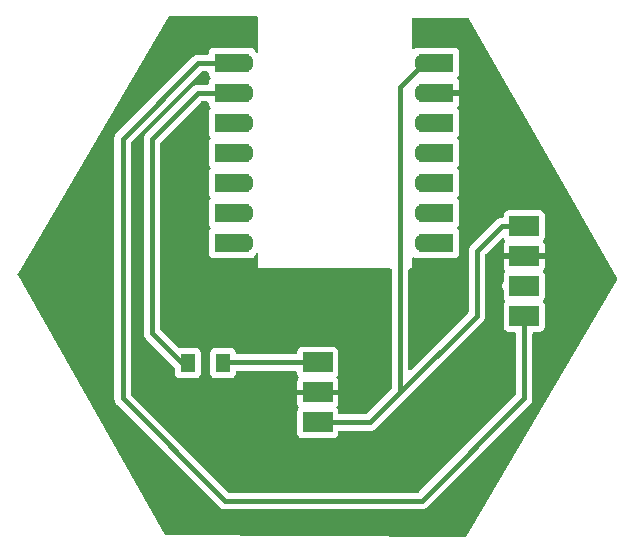
<source format=gbr>
G04 #@! TF.GenerationSoftware,KiCad,Pcbnew,9.0.0*
G04 #@! TF.CreationDate,2025-05-11T15:40:07+02:00*
G04 #@! TF.ProjectId,_autosave-TestBoard,5f617574-6f73-4617-9665-2d5465737442,rev?*
G04 #@! TF.SameCoordinates,Original*
G04 #@! TF.FileFunction,Copper,L1,Top*
G04 #@! TF.FilePolarity,Positive*
%FSLAX46Y46*%
G04 Gerber Fmt 4.6, Leading zero omitted, Abs format (unit mm)*
G04 Created by KiCad (PCBNEW 9.0.0) date 2025-05-11 15:40:07*
%MOMM*%
%LPD*%
G01*
G04 APERTURE LIST*
G04 #@! TA.AperFunction,SMDPad,CuDef*
%ADD10R,1.200000X1.600000*%
G04 #@! TD*
G04 #@! TA.AperFunction,SMDPad,CuDef*
%ADD11R,3.000000X1.600000*%
G04 #@! TD*
G04 #@! TA.AperFunction,ComponentPad*
%ADD12C,1.600000*%
G04 #@! TD*
G04 #@! TA.AperFunction,SMDPad,CuDef*
%ADD13R,2.500000X1.700000*%
G04 #@! TD*
G04 #@! TA.AperFunction,Conductor*
%ADD14C,0.400000*%
G04 #@! TD*
G04 #@! TA.AperFunction,Conductor*
%ADD15C,0.200000*%
G04 #@! TD*
G04 APERTURE END LIST*
D10*
X138500000Y-108500000D03*
X135500000Y-108500000D03*
D11*
X156510000Y-83110000D03*
D12*
X155510000Y-83110000D03*
D11*
X156510000Y-85650000D03*
D12*
X155510000Y-85650000D03*
D11*
X156510000Y-88190000D03*
D12*
X155510000Y-88190000D03*
D11*
X156510000Y-90730000D03*
D12*
X155510000Y-90730000D03*
D11*
X156510000Y-93270000D03*
D12*
X155510000Y-93270000D03*
D11*
X156510000Y-95810000D03*
D12*
X155510000Y-95810000D03*
D11*
X156510000Y-98350000D03*
D12*
X155510000Y-98350000D03*
D11*
X139275000Y-98350000D03*
D12*
X140275000Y-98350000D03*
D11*
X139275000Y-95810000D03*
D12*
X140275000Y-95810000D03*
D11*
X139275000Y-93270000D03*
D12*
X140275000Y-93270000D03*
D11*
X139275000Y-90730000D03*
D12*
X140275000Y-90730000D03*
D11*
X139275000Y-88190000D03*
D12*
X140275000Y-88190000D03*
D11*
X139275000Y-85650000D03*
D12*
X140275000Y-85650000D03*
D11*
X139275000Y-83110000D03*
D12*
X140275000Y-83110000D03*
D13*
X164000000Y-96920000D03*
X164000000Y-99460000D03*
X164000000Y-102000000D03*
X164000000Y-104540000D03*
X146500000Y-113540000D03*
X146500000Y-111000000D03*
X146500000Y-108460000D03*
D14*
X138673478Y-120173478D02*
X155326522Y-120173478D01*
X130000000Y-111500000D02*
X138673478Y-120173478D01*
X130000000Y-89500000D02*
X130000000Y-111500000D01*
X164000000Y-111500000D02*
X164000000Y-104540000D01*
X136390000Y-83110000D02*
X130000000Y-89500000D01*
X155326522Y-120173478D02*
X164000000Y-111500000D01*
X140275000Y-83110000D02*
X136390000Y-83110000D01*
X135000000Y-108500000D02*
X135500000Y-108500000D01*
X132500000Y-106000000D02*
X135000000Y-108500000D01*
D15*
X138540000Y-108460000D02*
X138500000Y-108500000D01*
D14*
X146500000Y-108460000D02*
X138540000Y-108460000D01*
D15*
X146500000Y-108460000D02*
X146040000Y-108000000D01*
D14*
X132500000Y-89500000D02*
X132500000Y-106000000D01*
X136350000Y-85650000D02*
X132500000Y-89500000D01*
X140275000Y-85650000D02*
X136350000Y-85650000D01*
X162080000Y-96920000D02*
X164000000Y-96920000D01*
X160000000Y-99000000D02*
X162080000Y-96920000D01*
X160000000Y-104500000D02*
X160000000Y-99000000D01*
X153500000Y-111000000D02*
X160000000Y-104500000D01*
X153500000Y-108000000D02*
X153500000Y-111000000D01*
X150960000Y-113540000D02*
X146500000Y-113540000D01*
X153500000Y-111000000D02*
X150960000Y-113540000D01*
X153500000Y-85120000D02*
X153500000Y-108000000D01*
D15*
X164000000Y-104500000D02*
X164500000Y-104500000D01*
X163500000Y-105000000D02*
X164000000Y-104500000D01*
D14*
X155510000Y-85650000D02*
X157472000Y-85650000D01*
X164500000Y-101960000D02*
X162850000Y-101960000D01*
X155510000Y-88190000D02*
X157690000Y-88190000D01*
X155510000Y-83110000D02*
X153500000Y-85120000D01*
G04 #@! TA.AperFunction,Conductor*
G36*
X141376910Y-79159382D02*
G01*
X141443803Y-79179558D01*
X141489169Y-79232696D01*
X141500000Y-79283379D01*
X141500000Y-82134321D01*
X141480315Y-82201360D01*
X141427511Y-82247115D01*
X141358353Y-82257059D01*
X141294797Y-82228034D01*
X141259818Y-82177654D01*
X141218797Y-82067671D01*
X141218793Y-82067664D01*
X141132547Y-81952455D01*
X141132544Y-81952452D01*
X141017335Y-81866206D01*
X141017328Y-81866202D01*
X140882482Y-81815908D01*
X140882483Y-81815908D01*
X140822883Y-81809501D01*
X140822881Y-81809500D01*
X140822873Y-81809500D01*
X140377352Y-81809500D01*
X140172648Y-81809500D01*
X140172646Y-81809500D01*
X137727129Y-81809500D01*
X137727123Y-81809501D01*
X137667516Y-81815908D01*
X137532671Y-81866202D01*
X137532664Y-81866206D01*
X137417455Y-81952452D01*
X137417452Y-81952455D01*
X137331206Y-82067664D01*
X137331202Y-82067671D01*
X137280908Y-82202517D01*
X137276114Y-82247115D01*
X137274501Y-82262123D01*
X137274500Y-82262135D01*
X137274500Y-82285500D01*
X137254815Y-82352539D01*
X137202011Y-82398294D01*
X137150500Y-82409500D01*
X136321004Y-82409500D01*
X136185677Y-82436418D01*
X136185667Y-82436421D01*
X136058192Y-82489222D01*
X135943454Y-82565887D01*
X129455887Y-89053454D01*
X129379222Y-89168192D01*
X129326421Y-89295667D01*
X129326418Y-89295679D01*
X129299806Y-89429467D01*
X129299802Y-89429488D01*
X129299501Y-89430998D01*
X129299500Y-89431004D01*
X129299500Y-89431007D01*
X129299500Y-111431006D01*
X129299500Y-111568994D01*
X129299500Y-111568996D01*
X129299499Y-111568996D01*
X129326418Y-111704322D01*
X129326421Y-111704332D01*
X129379222Y-111831807D01*
X129455887Y-111946545D01*
X138226932Y-120717590D01*
X138341668Y-120794254D01*
X138440268Y-120835095D01*
X138469149Y-120847058D01*
X138469150Y-120847058D01*
X138469155Y-120847060D01*
X138496023Y-120852403D01*
X138496029Y-120852404D01*
X138496069Y-120852412D01*
X138586415Y-120870383D01*
X138604484Y-120873978D01*
X138604485Y-120873978D01*
X155395518Y-120873978D01*
X155503979Y-120852403D01*
X155530850Y-120847058D01*
X155594591Y-120820655D01*
X155658329Y-120794255D01*
X155658330Y-120794254D01*
X155658333Y-120794253D01*
X155773065Y-120717592D01*
X164544114Y-111946543D01*
X164620775Y-111831811D01*
X164673580Y-111704329D01*
X164679696Y-111673580D01*
X164696339Y-111589910D01*
X164700500Y-111568994D01*
X164700500Y-106014499D01*
X164720185Y-105947460D01*
X164772989Y-105901705D01*
X164824500Y-105890499D01*
X165297871Y-105890499D01*
X165297872Y-105890499D01*
X165357483Y-105884091D01*
X165492331Y-105833796D01*
X165607546Y-105747546D01*
X165693796Y-105632331D01*
X165744091Y-105497483D01*
X165750500Y-105437873D01*
X165750499Y-103642128D01*
X165744091Y-103582517D01*
X165693796Y-103447669D01*
X165616421Y-103344309D01*
X165592004Y-103278848D01*
X165606855Y-103210575D01*
X165616416Y-103195696D01*
X165693796Y-103092331D01*
X165744091Y-102957483D01*
X165750500Y-102897873D01*
X165750499Y-101102128D01*
X165744091Y-101042517D01*
X165727666Y-100998480D01*
X165693797Y-100907671D01*
X165693795Y-100907668D01*
X165616109Y-100803893D01*
X165591692Y-100738430D01*
X165606543Y-100670157D01*
X165616110Y-100655271D01*
X165693352Y-100552089D01*
X165693354Y-100552086D01*
X165743596Y-100417379D01*
X165743598Y-100417372D01*
X165749999Y-100357844D01*
X165750000Y-100357827D01*
X165750000Y-99710000D01*
X162250000Y-99710000D01*
X162250000Y-100357844D01*
X162256401Y-100417372D01*
X162256403Y-100417379D01*
X162306645Y-100552086D01*
X162306646Y-100552088D01*
X162383890Y-100655272D01*
X162408307Y-100720736D01*
X162393456Y-100789009D01*
X162383890Y-100803894D01*
X162306204Y-100907669D01*
X162306202Y-100907671D01*
X162255908Y-101042517D01*
X162252239Y-101076647D01*
X162249501Y-101102123D01*
X162249500Y-101102135D01*
X162249500Y-101560229D01*
X162231255Y-101622361D01*
X162232099Y-101622812D01*
X162229933Y-101626863D01*
X162229815Y-101627268D01*
X162229284Y-101628078D01*
X162229224Y-101628189D01*
X162176420Y-101755671D01*
X162176418Y-101755677D01*
X162149500Y-101891004D01*
X162149500Y-101891007D01*
X162149500Y-102028993D01*
X162149500Y-102028995D01*
X162149499Y-102028995D01*
X162176418Y-102164322D01*
X162176421Y-102164332D01*
X162229223Y-102291809D01*
X162232095Y-102297181D01*
X162230791Y-102297877D01*
X162249480Y-102357547D01*
X162249500Y-102359769D01*
X162249500Y-102897870D01*
X162249501Y-102897876D01*
X162255908Y-102957483D01*
X162306202Y-103092328D01*
X162306203Y-103092330D01*
X162383578Y-103195689D01*
X162407995Y-103261153D01*
X162393144Y-103329426D01*
X162383578Y-103344311D01*
X162306203Y-103447669D01*
X162306202Y-103447671D01*
X162255908Y-103582517D01*
X162249501Y-103642116D01*
X162249501Y-103642123D01*
X162249500Y-103642135D01*
X162249500Y-105437870D01*
X162249501Y-105437876D01*
X162255908Y-105497483D01*
X162306202Y-105632328D01*
X162306206Y-105632335D01*
X162392452Y-105747544D01*
X162392455Y-105747547D01*
X162507664Y-105833793D01*
X162507671Y-105833797D01*
X162552618Y-105850561D01*
X162642517Y-105884091D01*
X162702127Y-105890500D01*
X163175500Y-105890499D01*
X163242539Y-105910183D01*
X163288294Y-105962987D01*
X163299500Y-106014499D01*
X163299500Y-111158481D01*
X163279815Y-111225520D01*
X163263181Y-111246162D01*
X155072684Y-119436659D01*
X155011361Y-119470144D01*
X154985003Y-119472978D01*
X139014997Y-119472978D01*
X138947958Y-119453293D01*
X138927316Y-119436659D01*
X130736819Y-111246162D01*
X130703334Y-111184839D01*
X130700500Y-111158481D01*
X130700500Y-89841519D01*
X130720185Y-89774480D01*
X130736819Y-89753838D01*
X136643838Y-83846819D01*
X136705161Y-83813334D01*
X136731519Y-83810500D01*
X137150501Y-83810500D01*
X137217540Y-83830185D01*
X137263295Y-83882989D01*
X137274501Y-83934500D01*
X137274501Y-83957876D01*
X137280908Y-84017483D01*
X137331202Y-84152328D01*
X137331206Y-84152335D01*
X137417452Y-84267544D01*
X137417453Y-84267544D01*
X137417454Y-84267546D01*
X137435070Y-84280733D01*
X137435071Y-84280734D01*
X137476941Y-84336668D01*
X137481925Y-84406360D01*
X137448439Y-84467683D01*
X137435071Y-84479266D01*
X137417452Y-84492455D01*
X137331206Y-84607664D01*
X137331202Y-84607671D01*
X137280908Y-84742517D01*
X137274501Y-84802116D01*
X137274500Y-84802135D01*
X137274500Y-84825500D01*
X137254815Y-84892539D01*
X137202011Y-84938294D01*
X137150500Y-84949500D01*
X136281003Y-84949500D01*
X136172590Y-84971065D01*
X136172589Y-84971065D01*
X136145671Y-84976420D01*
X136018190Y-85029224D01*
X135903454Y-85105887D01*
X131955887Y-89053454D01*
X131879222Y-89168192D01*
X131826421Y-89295667D01*
X131826418Y-89295679D01*
X131799806Y-89429467D01*
X131799802Y-89429488D01*
X131799501Y-89430998D01*
X131799500Y-89431004D01*
X131799500Y-89431007D01*
X131799500Y-105931006D01*
X131799500Y-106068994D01*
X131799500Y-106068996D01*
X131799499Y-106068996D01*
X131826418Y-106204322D01*
X131826421Y-106204332D01*
X131879222Y-106331807D01*
X131955887Y-106446545D01*
X131955888Y-106446546D01*
X134363181Y-108853838D01*
X134396666Y-108915161D01*
X134399500Y-108941519D01*
X134399500Y-109347870D01*
X134399501Y-109347876D01*
X134405908Y-109407483D01*
X134456202Y-109542328D01*
X134456206Y-109542335D01*
X134542452Y-109657544D01*
X134542455Y-109657547D01*
X134657664Y-109743793D01*
X134657671Y-109743797D01*
X134792517Y-109794091D01*
X134792516Y-109794091D01*
X134799444Y-109794835D01*
X134852127Y-109800500D01*
X136147872Y-109800499D01*
X136207483Y-109794091D01*
X136342331Y-109743796D01*
X136457546Y-109657546D01*
X136543796Y-109542331D01*
X136594091Y-109407483D01*
X136600500Y-109347873D01*
X136600499Y-107652135D01*
X137399500Y-107652135D01*
X137399500Y-109347870D01*
X137399501Y-109347876D01*
X137405908Y-109407483D01*
X137456202Y-109542328D01*
X137456206Y-109542335D01*
X137542452Y-109657544D01*
X137542455Y-109657547D01*
X137657664Y-109743793D01*
X137657671Y-109743797D01*
X137792517Y-109794091D01*
X137792516Y-109794091D01*
X137799444Y-109794835D01*
X137852127Y-109800500D01*
X139147872Y-109800499D01*
X139207483Y-109794091D01*
X139342331Y-109743796D01*
X139457546Y-109657546D01*
X139543796Y-109542331D01*
X139594091Y-109407483D01*
X139600500Y-109347873D01*
X139600500Y-109284500D01*
X139620185Y-109217461D01*
X139672989Y-109171706D01*
X139724500Y-109160500D01*
X144625501Y-109160500D01*
X144692540Y-109180185D01*
X144738295Y-109232989D01*
X144749501Y-109284500D01*
X144749501Y-109357876D01*
X144755908Y-109417483D01*
X144806202Y-109552328D01*
X144806206Y-109552335D01*
X144883889Y-109656105D01*
X144908307Y-109721569D01*
X144893456Y-109789842D01*
X144883890Y-109804727D01*
X144806647Y-109907910D01*
X144806645Y-109907913D01*
X144756403Y-110042620D01*
X144756401Y-110042627D01*
X144750000Y-110102155D01*
X144750000Y-110750000D01*
X148250000Y-110750000D01*
X148250000Y-110102172D01*
X148249999Y-110102155D01*
X148243598Y-110042627D01*
X148243596Y-110042620D01*
X148193354Y-109907913D01*
X148193352Y-109907910D01*
X148116110Y-109804729D01*
X148091692Y-109739265D01*
X148106543Y-109670992D01*
X148116105Y-109656111D01*
X148193796Y-109552331D01*
X148244091Y-109417483D01*
X148250500Y-109357873D01*
X148250499Y-107562128D01*
X148244091Y-107502517D01*
X148193796Y-107367669D01*
X148193795Y-107367668D01*
X148193793Y-107367664D01*
X148107547Y-107252455D01*
X148107544Y-107252452D01*
X147992335Y-107166206D01*
X147992328Y-107166202D01*
X147857482Y-107115908D01*
X147857483Y-107115908D01*
X147797883Y-107109501D01*
X147797881Y-107109500D01*
X147797873Y-107109500D01*
X147797864Y-107109500D01*
X145202129Y-107109500D01*
X145202123Y-107109501D01*
X145142516Y-107115908D01*
X145007671Y-107166202D01*
X145007664Y-107166206D01*
X144892455Y-107252452D01*
X144892452Y-107252455D01*
X144806206Y-107367664D01*
X144806202Y-107367671D01*
X144755908Y-107502517D01*
X144749501Y-107562116D01*
X144749501Y-107562123D01*
X144749500Y-107562135D01*
X144749500Y-107635500D01*
X144729815Y-107702539D01*
X144677011Y-107748294D01*
X144625500Y-107759500D01*
X139723426Y-107759500D01*
X139656387Y-107739815D01*
X139610632Y-107687011D01*
X139600136Y-107648753D01*
X139598711Y-107635500D01*
X139594091Y-107592517D01*
X139582759Y-107562135D01*
X139543797Y-107457671D01*
X139543793Y-107457664D01*
X139457547Y-107342455D01*
X139457544Y-107342452D01*
X139342335Y-107256206D01*
X139342328Y-107256202D01*
X139207482Y-107205908D01*
X139207483Y-107205908D01*
X139147883Y-107199501D01*
X139147881Y-107199500D01*
X139147873Y-107199500D01*
X139147864Y-107199500D01*
X137852129Y-107199500D01*
X137852123Y-107199501D01*
X137792516Y-107205908D01*
X137657671Y-107256202D01*
X137657664Y-107256206D01*
X137542455Y-107342452D01*
X137542452Y-107342455D01*
X137456206Y-107457664D01*
X137456202Y-107457671D01*
X137405908Y-107592517D01*
X137399501Y-107652116D01*
X137399500Y-107652135D01*
X136600499Y-107652135D01*
X136600499Y-107652128D01*
X136594091Y-107592517D01*
X136582759Y-107562135D01*
X136543797Y-107457671D01*
X136543793Y-107457664D01*
X136457547Y-107342455D01*
X136457544Y-107342452D01*
X136342335Y-107256206D01*
X136342328Y-107256202D01*
X136207482Y-107205908D01*
X136207483Y-107205908D01*
X136147883Y-107199501D01*
X136147881Y-107199500D01*
X136147873Y-107199500D01*
X136147864Y-107199500D01*
X134852129Y-107199500D01*
X134852123Y-107199501D01*
X134792515Y-107205909D01*
X134784971Y-107207692D01*
X134784348Y-107205057D01*
X134727574Y-107209103D01*
X134666282Y-107175625D01*
X133236819Y-105746162D01*
X133203334Y-105684839D01*
X133200500Y-105658481D01*
X133200500Y-89841519D01*
X133220185Y-89774480D01*
X133236819Y-89753838D01*
X136603838Y-86386819D01*
X136665161Y-86353334D01*
X136691519Y-86350500D01*
X137150501Y-86350500D01*
X137217540Y-86370185D01*
X137263295Y-86422989D01*
X137274501Y-86474500D01*
X137274501Y-86497876D01*
X137280908Y-86557483D01*
X137331202Y-86692328D01*
X137331206Y-86692335D01*
X137417452Y-86807544D01*
X137417453Y-86807544D01*
X137417454Y-86807546D01*
X137434649Y-86820418D01*
X137435071Y-86820734D01*
X137476941Y-86876668D01*
X137481925Y-86946360D01*
X137448439Y-87007683D01*
X137435071Y-87019266D01*
X137417452Y-87032455D01*
X137331206Y-87147664D01*
X137331202Y-87147671D01*
X137280908Y-87282517D01*
X137276114Y-87327115D01*
X137274501Y-87342123D01*
X137274500Y-87342135D01*
X137274500Y-89037870D01*
X137274501Y-89037876D01*
X137280908Y-89097483D01*
X137331202Y-89232328D01*
X137331206Y-89232335D01*
X137417452Y-89347544D01*
X137417453Y-89347544D01*
X137417454Y-89347546D01*
X137435070Y-89360733D01*
X137435071Y-89360734D01*
X137476941Y-89416668D01*
X137481925Y-89486360D01*
X137448439Y-89547683D01*
X137435071Y-89559266D01*
X137417452Y-89572455D01*
X137331206Y-89687664D01*
X137331202Y-89687671D01*
X137280908Y-89822517D01*
X137276114Y-89867115D01*
X137274501Y-89882123D01*
X137274500Y-89882135D01*
X137274500Y-91577870D01*
X137274501Y-91577876D01*
X137280908Y-91637483D01*
X137331202Y-91772328D01*
X137331206Y-91772335D01*
X137417452Y-91887544D01*
X137417453Y-91887544D01*
X137417454Y-91887546D01*
X137435070Y-91900733D01*
X137435071Y-91900734D01*
X137476941Y-91956668D01*
X137481925Y-92026360D01*
X137448439Y-92087683D01*
X137435071Y-92099266D01*
X137417452Y-92112455D01*
X137331206Y-92227664D01*
X137331202Y-92227671D01*
X137280908Y-92362517D01*
X137276114Y-92407115D01*
X137274501Y-92422123D01*
X137274500Y-92422135D01*
X137274500Y-94117870D01*
X137274501Y-94117876D01*
X137280908Y-94177483D01*
X137331202Y-94312328D01*
X137331206Y-94312335D01*
X137417452Y-94427544D01*
X137417453Y-94427544D01*
X137417454Y-94427546D01*
X137435070Y-94440733D01*
X137435071Y-94440734D01*
X137476941Y-94496668D01*
X137481925Y-94566360D01*
X137448439Y-94627683D01*
X137435071Y-94639266D01*
X137417452Y-94652455D01*
X137331206Y-94767664D01*
X137331202Y-94767671D01*
X137280908Y-94902517D01*
X137276114Y-94947115D01*
X137274501Y-94962123D01*
X137274500Y-94962135D01*
X137274500Y-96657870D01*
X137274501Y-96657876D01*
X137280908Y-96717483D01*
X137331202Y-96852328D01*
X137331206Y-96852335D01*
X137417452Y-96967544D01*
X137417453Y-96967544D01*
X137417454Y-96967546D01*
X137435070Y-96980733D01*
X137435071Y-96980734D01*
X137476941Y-97036668D01*
X137481925Y-97106360D01*
X137448439Y-97167683D01*
X137435071Y-97179266D01*
X137417452Y-97192455D01*
X137331206Y-97307664D01*
X137331202Y-97307671D01*
X137280908Y-97442517D01*
X137276114Y-97487115D01*
X137274501Y-97502123D01*
X137274500Y-97502135D01*
X137274500Y-99197870D01*
X137274501Y-99197876D01*
X137280908Y-99257483D01*
X137331202Y-99392328D01*
X137331206Y-99392335D01*
X137417452Y-99507544D01*
X137417455Y-99507547D01*
X137532664Y-99593793D01*
X137532671Y-99593797D01*
X137667517Y-99644091D01*
X137667516Y-99644091D01*
X137674444Y-99644835D01*
X137727127Y-99650500D01*
X140172643Y-99650499D01*
X140172648Y-99650500D01*
X140377352Y-99650500D01*
X140377357Y-99650499D01*
X140822872Y-99650499D01*
X140882483Y-99644091D01*
X141017331Y-99593796D01*
X141132546Y-99507546D01*
X141218796Y-99392331D01*
X141259818Y-99282344D01*
X141301689Y-99226412D01*
X141367153Y-99201994D01*
X141435426Y-99216845D01*
X141484832Y-99266250D01*
X141500000Y-99325678D01*
X141500000Y-100500000D01*
X152675500Y-100500000D01*
X152742539Y-100519685D01*
X152788294Y-100572489D01*
X152799500Y-100624000D01*
X152799500Y-110658481D01*
X152779815Y-110725520D01*
X152763181Y-110746162D01*
X150706162Y-112803181D01*
X150644839Y-112836666D01*
X150618481Y-112839500D01*
X148374499Y-112839500D01*
X148307460Y-112819815D01*
X148261705Y-112767011D01*
X148250499Y-112715500D01*
X148250499Y-112642129D01*
X148250498Y-112642123D01*
X148250497Y-112642116D01*
X148244091Y-112582517D01*
X148193796Y-112447669D01*
X148116109Y-112343893D01*
X148091692Y-112278430D01*
X148106543Y-112210157D01*
X148116110Y-112195271D01*
X148193352Y-112092089D01*
X148193354Y-112092086D01*
X148243596Y-111957379D01*
X148243598Y-111957372D01*
X148249999Y-111897844D01*
X148250000Y-111897827D01*
X148250000Y-111250000D01*
X144750000Y-111250000D01*
X144750000Y-111897844D01*
X144756401Y-111957372D01*
X144756403Y-111957379D01*
X144806645Y-112092086D01*
X144806646Y-112092088D01*
X144883890Y-112195272D01*
X144908307Y-112260736D01*
X144893456Y-112329009D01*
X144883890Y-112343894D01*
X144806204Y-112447669D01*
X144806202Y-112447671D01*
X144755908Y-112582517D01*
X144749501Y-112642116D01*
X144749501Y-112642123D01*
X144749500Y-112642135D01*
X144749500Y-114437870D01*
X144749501Y-114437876D01*
X144755908Y-114497483D01*
X144806202Y-114632328D01*
X144806206Y-114632335D01*
X144892452Y-114747544D01*
X144892455Y-114747547D01*
X145007664Y-114833793D01*
X145007671Y-114833797D01*
X145142517Y-114884091D01*
X145142516Y-114884091D01*
X145149444Y-114884835D01*
X145202127Y-114890500D01*
X147797872Y-114890499D01*
X147857483Y-114884091D01*
X147992331Y-114833796D01*
X148107546Y-114747546D01*
X148193796Y-114632331D01*
X148244091Y-114497483D01*
X148250500Y-114437873D01*
X148250500Y-114364500D01*
X148270185Y-114297461D01*
X148322989Y-114251706D01*
X148374500Y-114240500D01*
X151028996Y-114240500D01*
X151120040Y-114222389D01*
X151164328Y-114213580D01*
X151228069Y-114187177D01*
X151291807Y-114160777D01*
X151291808Y-114160776D01*
X151291811Y-114160775D01*
X151406543Y-114084114D01*
X153936333Y-111554321D01*
X153936338Y-111554318D01*
X153946541Y-111544114D01*
X153946543Y-111544114D01*
X160544114Y-104946543D01*
X160620775Y-104831811D01*
X160673580Y-104704329D01*
X160680811Y-104667972D01*
X160688109Y-104631287D01*
X160688109Y-104631284D01*
X160700500Y-104568993D01*
X160700500Y-99341518D01*
X160720185Y-99274479D01*
X160736814Y-99253842D01*
X162080700Y-97909955D01*
X162142021Y-97876472D01*
X162211713Y-97881456D01*
X162267646Y-97923328D01*
X162274568Y-97933607D01*
X162280528Y-97943492D01*
X162306204Y-98012331D01*
X162387611Y-98121077D01*
X162390812Y-98126385D01*
X162398179Y-98154417D01*
X162408307Y-98181569D01*
X162406952Y-98187797D01*
X162408572Y-98193960D01*
X162399616Y-98221519D01*
X162393456Y-98249842D01*
X162387302Y-98259417D01*
X162386980Y-98260409D01*
X162386316Y-98260951D01*
X162383890Y-98264727D01*
X162306647Y-98367910D01*
X162306645Y-98367913D01*
X162256403Y-98502620D01*
X162256401Y-98502627D01*
X162250000Y-98562155D01*
X162250000Y-99210000D01*
X165750000Y-99210000D01*
X165750000Y-98562172D01*
X165749999Y-98562155D01*
X165743598Y-98502627D01*
X165743596Y-98502620D01*
X165693354Y-98367913D01*
X165693352Y-98367910D01*
X165616110Y-98264729D01*
X165591692Y-98199265D01*
X165606543Y-98130992D01*
X165616105Y-98116111D01*
X165693796Y-98012331D01*
X165744091Y-97877483D01*
X165750500Y-97817873D01*
X165750499Y-96022128D01*
X165744091Y-95962517D01*
X165693796Y-95827669D01*
X165693795Y-95827668D01*
X165693793Y-95827664D01*
X165607547Y-95712455D01*
X165607544Y-95712452D01*
X165492335Y-95626206D01*
X165492328Y-95626202D01*
X165357482Y-95575908D01*
X165357483Y-95575908D01*
X165297883Y-95569501D01*
X165297881Y-95569500D01*
X165297873Y-95569500D01*
X165297864Y-95569500D01*
X162702129Y-95569500D01*
X162702123Y-95569501D01*
X162642516Y-95575908D01*
X162507671Y-95626202D01*
X162507664Y-95626206D01*
X162392455Y-95712452D01*
X162392452Y-95712455D01*
X162306206Y-95827664D01*
X162306202Y-95827671D01*
X162255908Y-95962517D01*
X162249501Y-96022116D01*
X162249501Y-96022123D01*
X162249500Y-96022135D01*
X162249500Y-96095500D01*
X162248481Y-96098969D01*
X162249303Y-96102493D01*
X162238709Y-96132249D01*
X162229815Y-96162539D01*
X162227082Y-96164906D01*
X162225869Y-96168315D01*
X162200867Y-96187622D01*
X162177011Y-96208294D01*
X162172592Y-96209457D01*
X162170569Y-96211020D01*
X162156849Y-96213601D01*
X162136197Y-96219038D01*
X162130862Y-96219500D01*
X162011007Y-96219500D01*
X161925307Y-96236547D01*
X161887727Y-96244021D01*
X161875670Y-96246420D01*
X161748190Y-96299224D01*
X161633454Y-96375887D01*
X159455888Y-98553453D01*
X159455884Y-98553458D01*
X159424215Y-98600855D01*
X159416324Y-98612666D01*
X159397710Y-98640523D01*
X159379223Y-98668191D01*
X159326421Y-98795667D01*
X159326418Y-98795677D01*
X159299500Y-98931004D01*
X159299500Y-104158481D01*
X159279815Y-104225520D01*
X159263181Y-104246162D01*
X154412181Y-109097162D01*
X154350858Y-109130647D01*
X154281166Y-109125663D01*
X154225233Y-109083791D01*
X154200816Y-109018327D01*
X154200500Y-109009481D01*
X154200500Y-100624000D01*
X154220185Y-100556961D01*
X154272989Y-100511206D01*
X154324500Y-100500000D01*
X154500000Y-100500000D01*
X154500000Y-99641141D01*
X154519685Y-99574102D01*
X154572489Y-99528347D01*
X154641647Y-99518403D01*
X154698311Y-99541875D01*
X154767664Y-99593793D01*
X154767671Y-99593797D01*
X154812618Y-99610561D01*
X154902517Y-99644091D01*
X154962127Y-99650500D01*
X155382980Y-99650499D01*
X155382986Y-99650500D01*
X155407648Y-99650500D01*
X155637015Y-99650500D01*
X155637019Y-99650499D01*
X158057871Y-99650499D01*
X158057872Y-99650499D01*
X158117483Y-99644091D01*
X158252331Y-99593796D01*
X158367546Y-99507546D01*
X158453796Y-99392331D01*
X158504091Y-99257483D01*
X158510500Y-99197873D01*
X158510499Y-97502128D01*
X158504091Y-97442517D01*
X158503659Y-97441360D01*
X158453797Y-97307671D01*
X158453793Y-97307664D01*
X158367547Y-97192455D01*
X158367546Y-97192454D01*
X158349930Y-97179267D01*
X158308058Y-97123334D01*
X158303074Y-97053642D01*
X158336558Y-96992319D01*
X158349930Y-96980733D01*
X158367546Y-96967546D01*
X158453796Y-96852331D01*
X158504091Y-96717483D01*
X158510500Y-96657873D01*
X158510499Y-94962128D01*
X158504091Y-94902517D01*
X158503659Y-94901360D01*
X158453797Y-94767671D01*
X158453793Y-94767664D01*
X158367547Y-94652455D01*
X158367546Y-94652454D01*
X158349930Y-94639267D01*
X158308058Y-94583334D01*
X158303074Y-94513642D01*
X158336558Y-94452319D01*
X158349930Y-94440733D01*
X158367546Y-94427546D01*
X158453796Y-94312331D01*
X158504091Y-94177483D01*
X158510500Y-94117873D01*
X158510499Y-92422128D01*
X158504091Y-92362517D01*
X158503659Y-92361360D01*
X158453797Y-92227671D01*
X158453793Y-92227664D01*
X158367547Y-92112455D01*
X158367546Y-92112454D01*
X158349930Y-92099267D01*
X158308058Y-92043334D01*
X158303074Y-91973642D01*
X158336558Y-91912319D01*
X158349930Y-91900733D01*
X158367546Y-91887546D01*
X158453796Y-91772331D01*
X158504091Y-91637483D01*
X158510500Y-91577873D01*
X158510499Y-89882128D01*
X158504091Y-89822517D01*
X158503659Y-89821360D01*
X158453797Y-89687671D01*
X158453793Y-89687664D01*
X158367547Y-89572455D01*
X158367546Y-89572454D01*
X158349930Y-89559267D01*
X158308058Y-89503334D01*
X158303074Y-89433642D01*
X158336558Y-89372319D01*
X158349930Y-89360733D01*
X158367546Y-89347546D01*
X158453796Y-89232331D01*
X158504091Y-89097483D01*
X158510500Y-89037873D01*
X158510499Y-87342128D01*
X158504091Y-87282517D01*
X158503659Y-87281360D01*
X158453797Y-87147671D01*
X158453793Y-87147664D01*
X158367547Y-87032455D01*
X158349511Y-87018953D01*
X158307640Y-86963019D01*
X158302657Y-86893327D01*
X158336143Y-86832004D01*
X158349515Y-86820418D01*
X158367191Y-86807186D01*
X158453350Y-86692093D01*
X158453354Y-86692086D01*
X158503596Y-86557379D01*
X158503598Y-86557372D01*
X158509999Y-86497844D01*
X158510000Y-86497827D01*
X158510000Y-85900000D01*
X156634000Y-85900000D01*
X156566961Y-85880315D01*
X156521206Y-85827511D01*
X156510000Y-85776000D01*
X156510000Y-85524000D01*
X156529685Y-85456961D01*
X156582489Y-85411206D01*
X156634000Y-85400000D01*
X158510000Y-85400000D01*
X158510000Y-84802172D01*
X158509999Y-84802155D01*
X158503598Y-84742627D01*
X158503596Y-84742620D01*
X158453354Y-84607913D01*
X158453350Y-84607906D01*
X158367190Y-84492812D01*
X158367189Y-84492811D01*
X158349513Y-84479579D01*
X158307641Y-84423646D01*
X158302657Y-84353954D01*
X158336142Y-84292631D01*
X158349500Y-84281055D01*
X158367546Y-84267546D01*
X158453796Y-84152331D01*
X158504091Y-84017483D01*
X158510500Y-83957873D01*
X158510499Y-82262128D01*
X158504091Y-82202517D01*
X158503659Y-82201360D01*
X158453797Y-82067671D01*
X158453793Y-82067664D01*
X158367547Y-81952455D01*
X158367544Y-81952452D01*
X158252335Y-81866206D01*
X158252328Y-81866202D01*
X158117482Y-81815908D01*
X158117483Y-81815908D01*
X158057883Y-81809501D01*
X158057881Y-81809500D01*
X158057873Y-81809500D01*
X155612356Y-81809500D01*
X155612352Y-81809500D01*
X155407648Y-81809500D01*
X155407642Y-81809500D01*
X154962129Y-81809500D01*
X154962123Y-81809501D01*
X154902516Y-81815908D01*
X154767671Y-81866202D01*
X154767668Y-81866204D01*
X154698311Y-81918125D01*
X154632846Y-81942542D01*
X154564573Y-81927690D01*
X154515168Y-81878285D01*
X154500000Y-81818858D01*
X154500000Y-79380552D01*
X154519685Y-79313513D01*
X154572489Y-79267758D01*
X154624909Y-79256555D01*
X159259879Y-79290552D01*
X159326769Y-79310728D01*
X159366803Y-79353336D01*
X166344404Y-91646250D01*
X171832222Y-101314514D01*
X171848196Y-101382533D01*
X171831313Y-101438511D01*
X159045085Y-123214470D01*
X158994165Y-123262313D01*
X158937245Y-123275681D01*
X133685598Y-123090462D01*
X133618705Y-123070286D01*
X133578671Y-123027678D01*
X121113250Y-101066498D01*
X121097277Y-100998480D01*
X121114159Y-100942504D01*
X133900388Y-79166543D01*
X133951308Y-79118701D01*
X134008227Y-79105333D01*
X141376910Y-79159382D01*
G37*
G04 #@! TD.AperFunction*
M02*

</source>
